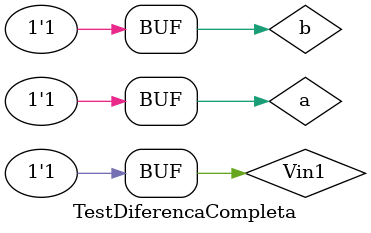
<source format=v>


module MD (d, Vout, x, y);

output d, Vout;
input x, y;

xor XOR1 (d, x, y);
and AND1 (Vout, ~x, y);

endmodule // MD

module DC (d1, Vout1, Vin, x1, y1);

output d1, Vout1; 
input x1, y1, Vin;
wire t1, t2, t3;

MD MD1 (t1, t2, x1, y1);
MD MD2 (d1, t3, t1, Vin);
or OR1 (Vout1, t3, t2);

endmodule // DC

// ---------------------
// -- test Diferenca completa
// ---------------------

module TestDiferencaCompleta;

reg a, b, Vin1;
wire d2, Vout2;

// instancia
DC DC1 (d2, Vout2, Vin1, a, b);

// parte principal
 initial begin
      $display("\nguia04_03 - Ludmily Caldeira da Silva - 417290\n");
      $display("Test Diferenca completa\n");
      $display("\na  b  Vin  Vout  d\n");
      $monitor("%b  %b   %b    %b    %b", a, b, Vin1, Vout2, d2);
  
	     a=0; b=0; Vin1 =0;
    #1  a=0; b=0; Vin1 =1; 
    #1  a=0; b=1; Vin1 =0;
    #1  a=0; b=1; Vin1 =1; 
	 #1  a=1; b=0; Vin1 =0;
    #1  a=1; b=0; Vin1 =1; 
    #1  a=1; b=1; Vin1 =0;
    #1  a=1; b=1; Vin1 =1; 
	  
    end
 
endmodule // TestDiferencaCompleta 

/* Resultados obtidos

    guia04_03 - Ludmily Caldeira da Silva - 417290
    
    Test Diferenca completa
    
    
    a  b  Vin  Vout  d
    
    0  0   0    0    0
    0  0   1    1    1
    0  1   0    1    1
    0  1   1    1    0
    1  0   0    0    1
    1  0   1    0    0
    1  1   0    0    0
    1  1   1    1    1

*/
</source>
